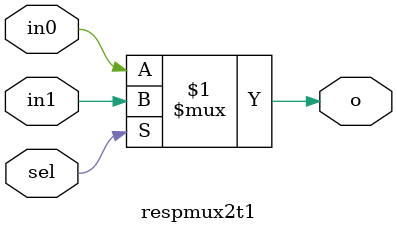
<source format=v>

module respmux2t1(
	in0,
	in1,
	o,
	sel);
//-----------Input Ports---------------
	input sel, in0,in1;

//-----------Output Ports---------------
	output o;

	assign o = sel ? in1 : in0;

endmodule

</source>
